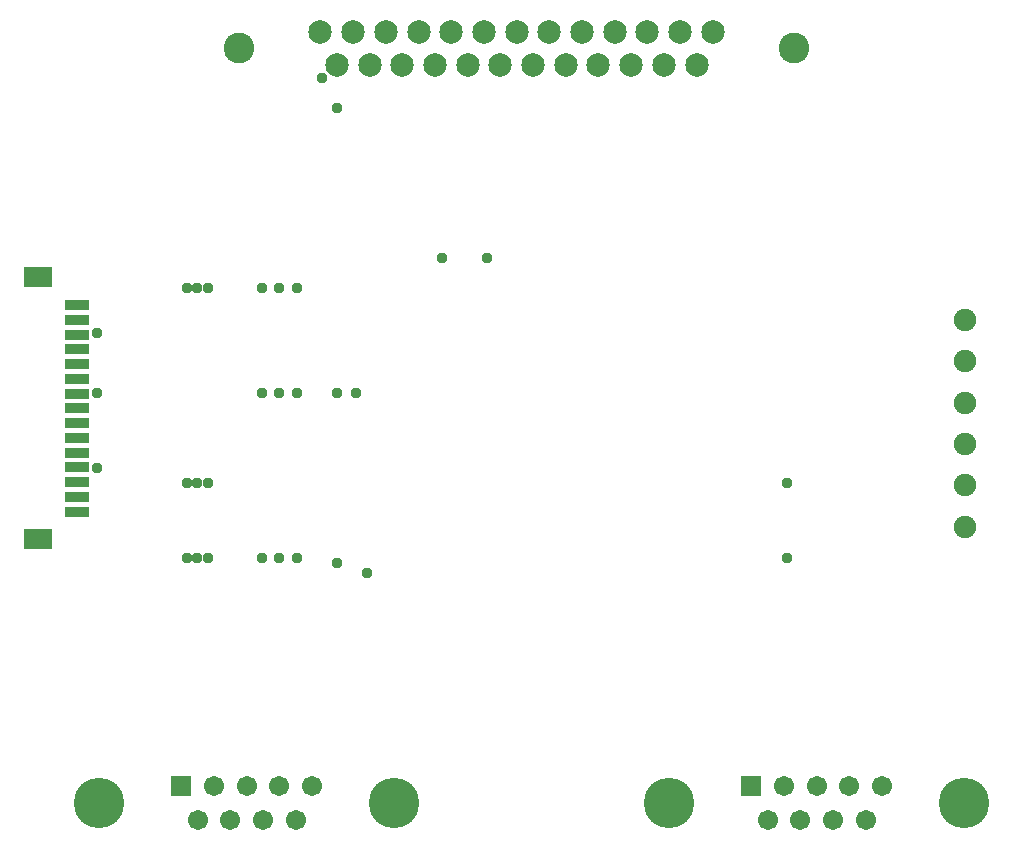
<source format=gbr>
G04 EAGLE Gerber RS-274X export*
G75*
%MOMM*%
%FSLAX34Y34*%
%LPD*%
%INSoldermask Top*%
%IPPOS*%
%AMOC8*
5,1,8,0,0,1.08239X$1,22.5*%
G01*
%ADD10C,1.993900*%
%ADD11C,2.603500*%
%ADD12C,1.711200*%
%ADD13R,1.711200X1.711200*%
%ADD14C,4.269200*%
%ADD15R,2.003200X0.903200*%
%ADD16R,2.403200X1.803200*%
%ADD17C,1.903200*%
%ADD18C,0.959600*%


D10*
X431800Y941324D03*
X459486Y941324D03*
X487172Y941324D03*
X514858Y941324D03*
X542544Y941324D03*
X570230Y941324D03*
X597916Y941324D03*
X404114Y941324D03*
X376428Y941324D03*
X348742Y941324D03*
X321056Y941324D03*
X293370Y941324D03*
X265684Y941324D03*
X584073Y912876D03*
X556387Y912876D03*
X528701Y912876D03*
X501015Y912876D03*
X473329Y912876D03*
X445643Y912876D03*
X417957Y912876D03*
X390271Y912876D03*
X362585Y912876D03*
X334899Y912876D03*
X307213Y912876D03*
X279527Y912876D03*
D11*
X196596Y927100D03*
X667004Y927100D03*
D12*
X161650Y274090D03*
X189350Y274090D03*
X217050Y274090D03*
X244750Y274090D03*
X258600Y302490D03*
X230900Y302490D03*
X203200Y302490D03*
X175500Y302490D03*
D13*
X147800Y302490D03*
D14*
X78250Y288290D03*
X328150Y288290D03*
D12*
X644250Y274090D03*
X671950Y274090D03*
X699650Y274090D03*
X727350Y274090D03*
X741200Y302490D03*
X713500Y302490D03*
X685800Y302490D03*
X658100Y302490D03*
D13*
X630400Y302490D03*
D14*
X560850Y288290D03*
X810750Y288290D03*
D15*
X59800Y534800D03*
X59800Y547300D03*
D16*
X26800Y511300D03*
X26800Y733300D03*
D15*
X59800Y559800D03*
X59800Y572300D03*
X59800Y584800D03*
X59800Y597300D03*
X59800Y609800D03*
X59800Y622300D03*
X59800Y634800D03*
X59800Y647300D03*
X59800Y659800D03*
X59800Y672300D03*
X59800Y684800D03*
X59800Y697300D03*
X59800Y709800D03*
D17*
X811800Y697100D03*
X811800Y662100D03*
X811800Y627100D03*
X811800Y592100D03*
X811800Y557100D03*
X811800Y522100D03*
D18*
X76200Y571500D03*
X76200Y635000D03*
X76200Y685800D03*
X279400Y491688D03*
X279400Y635000D03*
X279400Y876300D03*
X304800Y482600D03*
X295712Y635000D03*
X266700Y901700D03*
X245900Y495300D03*
X245900Y635000D03*
X245900Y723900D03*
X368300Y749300D03*
X406400Y749300D03*
X230900Y495300D03*
X230900Y635000D03*
X230900Y723900D03*
X152400Y495300D03*
X152400Y558800D03*
X152400Y723900D03*
X161488Y495300D03*
X161488Y558800D03*
X161488Y723900D03*
X660400Y495300D03*
X660400Y558800D03*
X215900Y495300D03*
X215900Y635000D03*
X215900Y723900D03*
X170576Y495300D03*
X170576Y558800D03*
X170576Y723900D03*
M02*

</source>
